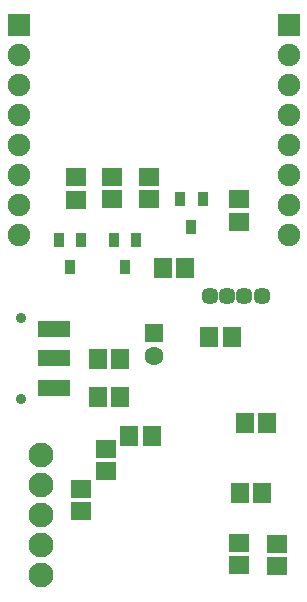
<source format=gbr>
G04 DipTrace 3.0.0.1*
G04 BottomMask.gbr*
%MOIN*%
G04 #@! TF.FileFunction,Soldermask,Bot*
G04 #@! TF.Part,Single*
%ADD49C,0.035433*%
%ADD56C,0.057087*%
%ADD60C,0.062992*%
%ADD62R,0.062992X0.062992*%
%ADD64C,0.082677*%
%ADD80R,0.106299X0.055118*%
%ADD82R,0.033465X0.049213*%
%ADD86C,0.074803*%
%ADD88R,0.074803X0.074803*%
%ADD90R,0.066929X0.059055*%
%ADD92R,0.059055X0.066929*%
%FSLAX26Y26*%
G04*
G70*
G90*
G75*
G01*
G04 BotMask*
%LPD*%
D92*
X1195932Y737533D3*
X1270735D3*
X723360Y1185040D3*
X798163D3*
X723229Y1056431D3*
X798032D3*
X1287664Y970998D3*
X1212861D3*
D88*
X458399Y2296982D3*
D86*
Y2196982D3*
Y2096982D3*
Y1996982D3*
Y1896982D3*
Y1796982D3*
Y1696982D3*
Y1596982D3*
D88*
X1358530Y2296982D3*
D86*
Y2196982D3*
Y2096982D3*
Y1996982D3*
Y1896982D3*
Y1796982D3*
Y1696982D3*
Y1596982D3*
D82*
X997113Y1715748D3*
X1071916D3*
X1034515Y1625197D3*
X775984Y1580840D3*
X850788D3*
X813386Y1490289D3*
X593439Y1580446D3*
X668242D3*
X630840Y1489895D3*
D90*
X749607Y884646D3*
Y809843D3*
D92*
X902625Y928215D3*
X827822D3*
D90*
X666929Y676378D3*
Y751181D3*
X1319554Y567717D3*
Y492914D3*
X1194620Y570735D3*
Y495932D3*
X1194488Y1717061D3*
Y1642257D3*
D92*
X940026Y1487008D3*
X1014830D3*
X1169160Y1258137D3*
X1094357D3*
D90*
X893045Y1716404D3*
Y1791208D3*
X771391Y1716929D3*
Y1791732D3*
X648688Y1715486D3*
Y1790289D3*
D80*
X574935Y1087664D3*
Y1186089D3*
Y1284515D3*
D49*
X466667Y1052231D3*
Y1319948D3*
D64*
X534777Y863124D3*
Y763124D3*
Y663124D3*
Y563124D3*
Y463124D3*
D62*
X910368Y1271654D3*
D60*
Y1192914D3*
D56*
X1268557Y1393116D3*
X1210682D3*
X1152808D3*
X1094934D3*
M02*

</source>
